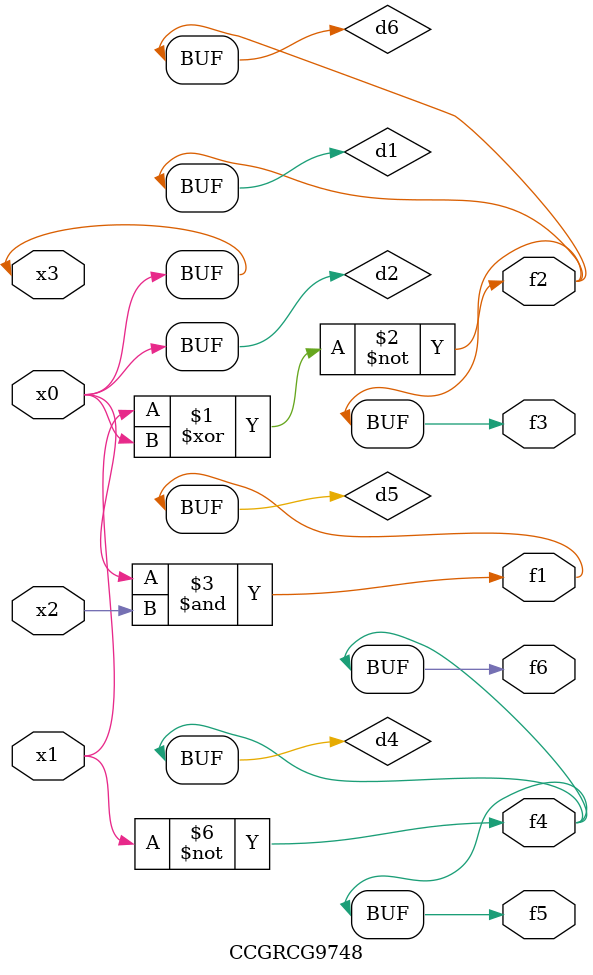
<source format=v>
module CCGRCG9748(
	input x0, x1, x2, x3,
	output f1, f2, f3, f4, f5, f6
);

	wire d1, d2, d3, d4, d5, d6;

	xnor (d1, x1, x3);
	buf (d2, x0, x3);
	nand (d3, x0, x2);
	not (d4, x1);
	nand (d5, d3);
	or (d6, d1);
	assign f1 = d5;
	assign f2 = d6;
	assign f3 = d6;
	assign f4 = d4;
	assign f5 = d4;
	assign f6 = d4;
endmodule

</source>
